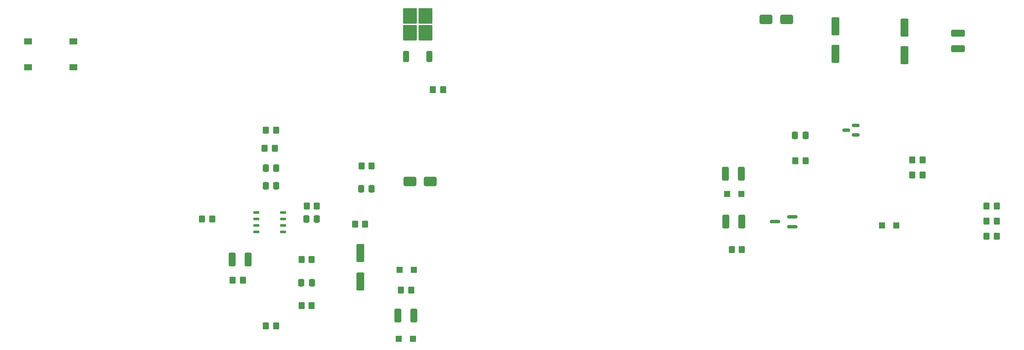
<source format=gbr>
%TF.GenerationSoftware,KiCad,Pcbnew,9.0.1*%
%TF.CreationDate,2025-04-24T14:38:41+02:00*%
%TF.ProjectId,flyback,666c7962-6163-46b2-9e6b-696361645f70,rev?*%
%TF.SameCoordinates,Original*%
%TF.FileFunction,Paste,Top*%
%TF.FilePolarity,Positive*%
%FSLAX46Y46*%
G04 Gerber Fmt 4.6, Leading zero omitted, Abs format (unit mm)*
G04 Created by KiCad (PCBNEW 9.0.1) date 2025-04-24 14:38:41*
%MOMM*%
%LPD*%
G01*
G04 APERTURE LIST*
G04 Aperture macros list*
%AMRoundRect*
0 Rectangle with rounded corners*
0 $1 Rounding radius*
0 $2 $3 $4 $5 $6 $7 $8 $9 X,Y pos of 4 corners*
0 Add a 4 corners polygon primitive as box body*
4,1,4,$2,$3,$4,$5,$6,$7,$8,$9,$2,$3,0*
0 Add four circle primitives for the rounded corners*
1,1,$1+$1,$2,$3*
1,1,$1+$1,$4,$5*
1,1,$1+$1,$6,$7*
1,1,$1+$1,$8,$9*
0 Add four rect primitives between the rounded corners*
20,1,$1+$1,$2,$3,$4,$5,0*
20,1,$1+$1,$4,$5,$6,$7,0*
20,1,$1+$1,$6,$7,$8,$9,0*
20,1,$1+$1,$8,$9,$2,$3,0*%
G04 Aperture macros list end*
%ADD10O,1.250000X0.549999*%
%ADD11RoundRect,0.250000X-0.337500X-0.475000X0.337500X-0.475000X0.337500X0.475000X-0.337500X0.475000X0*%
%ADD12RoundRect,0.250000X-0.350000X-0.450000X0.350000X-0.450000X0.350000X0.450000X-0.350000X0.450000X0*%
%ADD13RoundRect,0.150000X0.587500X0.150000X-0.587500X0.150000X-0.587500X-0.150000X0.587500X-0.150000X0*%
%ADD14RoundRect,0.250000X0.350000X0.450000X-0.350000X0.450000X-0.350000X-0.450000X0.350000X-0.450000X0*%
%ADD15RoundRect,0.250000X0.412500X1.100000X-0.412500X1.100000X-0.412500X-1.100000X0.412500X-1.100000X0*%
%ADD16RoundRect,0.250000X-0.550000X1.500000X-0.550000X-1.500000X0.550000X-1.500000X0.550000X1.500000X0*%
%ADD17RoundRect,0.250000X-0.412500X-1.100000X0.412500X-1.100000X0.412500X1.100000X-0.412500X1.100000X0*%
%ADD18R,1.200000X1.200000*%
%ADD19RoundRect,0.250000X-1.100000X0.412500X-1.100000X-0.412500X1.100000X-0.412500X1.100000X0.412500X0*%
%ADD20RoundRect,0.162500X0.837500X0.162500X-0.837500X0.162500X-0.837500X-0.162500X0.837500X-0.162500X0*%
%ADD21RoundRect,0.250000X-1.000000X-0.650000X1.000000X-0.650000X1.000000X0.650000X-1.000000X0.650000X0*%
%ADD22RoundRect,0.250000X0.350000X-0.850000X0.350000X0.850000X-0.350000X0.850000X-0.350000X-0.850000X0*%
%ADD23RoundRect,0.250000X1.125000X-1.275000X1.125000X1.275000X-1.125000X1.275000X-1.125000X-1.275000X0*%
%ADD24R,1.500000X1.300000*%
%ADD25RoundRect,0.250000X0.337500X0.475000X-0.337500X0.475000X-0.337500X-0.475000X0.337500X-0.475000X0*%
G04 APERTURE END LIST*
D10*
%TO.C,U1*%
X99625001Y-96405000D03*
X99625001Y-95135000D03*
X99625001Y-93865000D03*
X99625001Y-92595000D03*
X94375001Y-92595000D03*
X94375001Y-93865000D03*
X94375001Y-95135000D03*
X94375001Y-96405000D03*
%TD*%
D11*
%TO.C,C10*%
X202125000Y-77450000D03*
X200050000Y-77450000D03*
%TD*%
D12*
%TO.C,R15*%
X239625000Y-97250000D03*
X237625000Y-97250000D03*
%TD*%
D13*
%TO.C,U3*%
X210125000Y-76450000D03*
X212000000Y-75500000D03*
X212000000Y-77400000D03*
%TD*%
D14*
%TO.C,R12*%
X200125000Y-82450000D03*
X202125000Y-82450000D03*
%TD*%
D12*
%TO.C,R11*%
X189625000Y-99950000D03*
X187625000Y-99950000D03*
%TD*%
%TO.C,R13*%
X239625000Y-91350000D03*
X237625000Y-91350000D03*
%TD*%
%TO.C,R14*%
X239625000Y-94300000D03*
X237625000Y-94300000D03*
%TD*%
D15*
%TO.C,C12*%
X186500000Y-94450000D03*
X189625000Y-94450000D03*
%TD*%
D16*
%TO.C,C14*%
X208000000Y-61500000D03*
X208000000Y-56100000D03*
%TD*%
D17*
%TO.C,C11*%
X189500000Y-85000000D03*
X186375000Y-85000000D03*
%TD*%
D18*
%TO.C,D6*%
X219902500Y-95200000D03*
X217102500Y-95200000D03*
%TD*%
D12*
%TO.C,R17*%
X225067500Y-85250000D03*
X223067500Y-85250000D03*
%TD*%
D16*
%TO.C,C15*%
X221500000Y-61700000D03*
X221500000Y-56300000D03*
%TD*%
D12*
%TO.C,R16*%
X225067500Y-82300000D03*
X223067500Y-82300000D03*
%TD*%
D19*
%TO.C,C16*%
X232000000Y-60500000D03*
X232000000Y-57375000D03*
%TD*%
D20*
%TO.C,Q2*%
X196125000Y-94450000D03*
X199545000Y-93500000D03*
X199545000Y-95400000D03*
%TD*%
D18*
%TO.C,D3*%
X189500000Y-89000000D03*
X186700000Y-89000000D03*
%TD*%
D21*
%TO.C,D4*%
X198375000Y-54735000D03*
X194375000Y-54735000D03*
%TD*%
D17*
%TO.C,C17*%
X89600000Y-101905000D03*
X92725000Y-101905000D03*
%TD*%
D14*
%TO.C,R19*%
X124725000Y-107905000D03*
X122725000Y-107905000D03*
%TD*%
D18*
%TO.C,D7*%
X122425000Y-103905000D03*
X125225000Y-103905000D03*
%TD*%
D21*
%TO.C,D5*%
X124500000Y-86500000D03*
X128500000Y-86500000D03*
%TD*%
D12*
%TO.C,R18*%
X115000000Y-83500000D03*
X117000000Y-83500000D03*
%TD*%
D11*
%TO.C,C13*%
X114925000Y-88000000D03*
X117000000Y-88000000D03*
%TD*%
D12*
%TO.C,R10*%
X104225000Y-91405000D03*
X106225000Y-91405000D03*
%TD*%
%TO.C,R9*%
X96000000Y-80000000D03*
X98000000Y-80000000D03*
%TD*%
%TO.C,R8*%
X96225000Y-76500000D03*
X98225000Y-76500000D03*
%TD*%
%TO.C,R7*%
X129000000Y-68500000D03*
X131000000Y-68500000D03*
%TD*%
D22*
%TO.C,Q1*%
X128305000Y-61975000D03*
X123745000Y-61975000D03*
D23*
X127550000Y-54000000D03*
X124500000Y-54000000D03*
X127550000Y-57350000D03*
X124500000Y-57350000D03*
%TD*%
D18*
%TO.C,D2*%
X125125000Y-117405000D03*
X122325000Y-117405000D03*
%TD*%
D24*
%TO.C,D1*%
X58500000Y-64100000D03*
X58500000Y-59000000D03*
X49600000Y-59000000D03*
X49600000Y-64100000D03*
%TD*%
D16*
%TO.C,C9*%
X114725000Y-100605000D03*
X114725000Y-106205000D03*
%TD*%
D11*
%TO.C,C5*%
X104150000Y-93905000D03*
X106225000Y-93905000D03*
%TD*%
D12*
%TO.C,R6*%
X113725000Y-94905000D03*
X115725000Y-94905000D03*
%TD*%
D14*
%TO.C,R5*%
X98225000Y-114905000D03*
X96225000Y-114905000D03*
%TD*%
D12*
%TO.C,R4*%
X103225000Y-110905000D03*
X105225000Y-110905000D03*
%TD*%
%TO.C,R3*%
X83725000Y-93905000D03*
X85725000Y-93905000D03*
%TD*%
D14*
%TO.C,R2*%
X105225000Y-101905000D03*
X103225000Y-101905000D03*
%TD*%
D12*
%TO.C,R1*%
X89725000Y-105905000D03*
X91725000Y-105905000D03*
%TD*%
D15*
%TO.C,C4*%
X125225000Y-112905000D03*
X122100000Y-112905000D03*
%TD*%
D25*
%TO.C,C3*%
X105262500Y-106405000D03*
X103187500Y-106405000D03*
%TD*%
%TO.C,C2*%
X98262500Y-83905000D03*
X96187500Y-83905000D03*
%TD*%
%TO.C,C1*%
X98262500Y-87405000D03*
X96187500Y-87405000D03*
%TD*%
M02*

</source>
